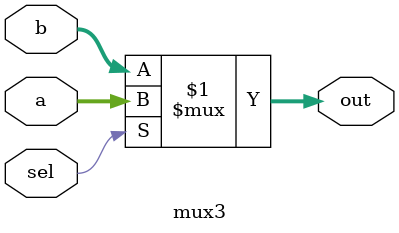
<source format=v>
`timescale 1ns / 1ps
`define n 8

module mux3 #(parameter size = 8)(a, b, sel, out);
    input [size-1:0] a, b;
    input sel;
    output [size-1:0] out;
    
    assign out = sel ? a : b;
    
endmodule

</source>
